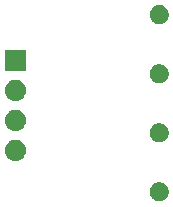
<source format=gbr>
G04 #@! TF.GenerationSoftware,KiCad,Pcbnew,(5.0.2)-1*
G04 #@! TF.CreationDate,2019-05-29T15:32:02+01:00*
G04 #@! TF.ProjectId,ultrasound_adapter,756c7472-6173-46f7-956e-645f61646170,rev?*
G04 #@! TF.SameCoordinates,Original*
G04 #@! TF.FileFunction,Soldermask,Bot*
G04 #@! TF.FilePolarity,Negative*
%FSLAX46Y46*%
G04 Gerber Fmt 4.6, Leading zero omitted, Abs format (unit mm)*
G04 Created by KiCad (PCBNEW (5.0.2)-1) date 29/05/2019 15:32:02*
%MOMM*%
%LPD*%
G01*
G04 APERTURE LIST*
%ADD10C,0.100000*%
G04 APERTURE END LIST*
D10*
G36*
X137437142Y-60193242D02*
X137585102Y-60254530D01*
X137718258Y-60343502D01*
X137831498Y-60456742D01*
X137920470Y-60589898D01*
X137981758Y-60737858D01*
X138013000Y-60894925D01*
X138013000Y-61055075D01*
X137981758Y-61212142D01*
X137920470Y-61360102D01*
X137831498Y-61493258D01*
X137718258Y-61606498D01*
X137585102Y-61695470D01*
X137437142Y-61756758D01*
X137280075Y-61788000D01*
X137119925Y-61788000D01*
X136962858Y-61756758D01*
X136814898Y-61695470D01*
X136681742Y-61606498D01*
X136568502Y-61493258D01*
X136479530Y-61360102D01*
X136418242Y-61212142D01*
X136387000Y-61055075D01*
X136387000Y-60894925D01*
X136418242Y-60737858D01*
X136479530Y-60589898D01*
X136568502Y-60456742D01*
X136681742Y-60343502D01*
X136814898Y-60254530D01*
X136962858Y-60193242D01*
X137119925Y-60162000D01*
X137280075Y-60162000D01*
X137437142Y-60193242D01*
X137437142Y-60193242D01*
G37*
G36*
X125135442Y-56550518D02*
X125201627Y-56557037D01*
X125314853Y-56591384D01*
X125371467Y-56608557D01*
X125510087Y-56682652D01*
X125527991Y-56692222D01*
X125563729Y-56721552D01*
X125665186Y-56804814D01*
X125748448Y-56906271D01*
X125777778Y-56942009D01*
X125777779Y-56942011D01*
X125861443Y-57098533D01*
X125861443Y-57098534D01*
X125912963Y-57268373D01*
X125930359Y-57445000D01*
X125912963Y-57621627D01*
X125878616Y-57734853D01*
X125861443Y-57791467D01*
X125787348Y-57930087D01*
X125777778Y-57947991D01*
X125748448Y-57983729D01*
X125665186Y-58085186D01*
X125563729Y-58168448D01*
X125527991Y-58197778D01*
X125527989Y-58197779D01*
X125371467Y-58281443D01*
X125314853Y-58298616D01*
X125201627Y-58332963D01*
X125135442Y-58339482D01*
X125069260Y-58346000D01*
X124980740Y-58346000D01*
X124914558Y-58339482D01*
X124848373Y-58332963D01*
X124735147Y-58298616D01*
X124678533Y-58281443D01*
X124522011Y-58197779D01*
X124522009Y-58197778D01*
X124486271Y-58168448D01*
X124384814Y-58085186D01*
X124301552Y-57983729D01*
X124272222Y-57947991D01*
X124262652Y-57930087D01*
X124188557Y-57791467D01*
X124171384Y-57734853D01*
X124137037Y-57621627D01*
X124119641Y-57445000D01*
X124137037Y-57268373D01*
X124188557Y-57098534D01*
X124188557Y-57098533D01*
X124272221Y-56942011D01*
X124272222Y-56942009D01*
X124301552Y-56906271D01*
X124384814Y-56804814D01*
X124486271Y-56721552D01*
X124522009Y-56692222D01*
X124539913Y-56682652D01*
X124678533Y-56608557D01*
X124735147Y-56591384D01*
X124848373Y-56557037D01*
X124914558Y-56550518D01*
X124980740Y-56544000D01*
X125069260Y-56544000D01*
X125135442Y-56550518D01*
X125135442Y-56550518D01*
G37*
G36*
X137437142Y-55193242D02*
X137551583Y-55240646D01*
X137577708Y-55251467D01*
X137585102Y-55254530D01*
X137718258Y-55343502D01*
X137831498Y-55456742D01*
X137920470Y-55589898D01*
X137981758Y-55737858D01*
X138013000Y-55894925D01*
X138013000Y-56055075D01*
X137981758Y-56212142D01*
X137934354Y-56326583D01*
X137920471Y-56360100D01*
X137831499Y-56493257D01*
X137718257Y-56606499D01*
X137652130Y-56650683D01*
X137585102Y-56695470D01*
X137437142Y-56756758D01*
X137280075Y-56788000D01*
X137119925Y-56788000D01*
X136962858Y-56756758D01*
X136814898Y-56695470D01*
X136747870Y-56650683D01*
X136681743Y-56606499D01*
X136568501Y-56493257D01*
X136479529Y-56360100D01*
X136465646Y-56326583D01*
X136418242Y-56212142D01*
X136387000Y-56055075D01*
X136387000Y-55894925D01*
X136418242Y-55737858D01*
X136479530Y-55589898D01*
X136568502Y-55456742D01*
X136681742Y-55343502D01*
X136814898Y-55254530D01*
X136822293Y-55251467D01*
X136848417Y-55240646D01*
X136962858Y-55193242D01*
X137119925Y-55162000D01*
X137280075Y-55162000D01*
X137437142Y-55193242D01*
X137437142Y-55193242D01*
G37*
G36*
X125135443Y-54010519D02*
X125201627Y-54017037D01*
X125314853Y-54051384D01*
X125371467Y-54068557D01*
X125510087Y-54142652D01*
X125527991Y-54152222D01*
X125563729Y-54181552D01*
X125665186Y-54264814D01*
X125748448Y-54366271D01*
X125777778Y-54402009D01*
X125777779Y-54402011D01*
X125861443Y-54558533D01*
X125861443Y-54558534D01*
X125912963Y-54728373D01*
X125930359Y-54905000D01*
X125912963Y-55081627D01*
X125888582Y-55162000D01*
X125861443Y-55251467D01*
X125787348Y-55390087D01*
X125777778Y-55407991D01*
X125748448Y-55443729D01*
X125665186Y-55545186D01*
X125563729Y-55628448D01*
X125527991Y-55657778D01*
X125527989Y-55657779D01*
X125371467Y-55741443D01*
X125314853Y-55758616D01*
X125201627Y-55792963D01*
X125135442Y-55799482D01*
X125069260Y-55806000D01*
X124980740Y-55806000D01*
X124914558Y-55799482D01*
X124848373Y-55792963D01*
X124735147Y-55758616D01*
X124678533Y-55741443D01*
X124522011Y-55657779D01*
X124522009Y-55657778D01*
X124486271Y-55628448D01*
X124384814Y-55545186D01*
X124301552Y-55443729D01*
X124272222Y-55407991D01*
X124262652Y-55390087D01*
X124188557Y-55251467D01*
X124161418Y-55162000D01*
X124137037Y-55081627D01*
X124119641Y-54905000D01*
X124137037Y-54728373D01*
X124188557Y-54558534D01*
X124188557Y-54558533D01*
X124272221Y-54402011D01*
X124272222Y-54402009D01*
X124301552Y-54366271D01*
X124384814Y-54264814D01*
X124486271Y-54181552D01*
X124522009Y-54152222D01*
X124539913Y-54142652D01*
X124678533Y-54068557D01*
X124735147Y-54051384D01*
X124848373Y-54017037D01*
X124914557Y-54010519D01*
X124980740Y-54004000D01*
X125069260Y-54004000D01*
X125135443Y-54010519D01*
X125135443Y-54010519D01*
G37*
G36*
X125135443Y-51470519D02*
X125201627Y-51477037D01*
X125314853Y-51511384D01*
X125371467Y-51528557D01*
X125510087Y-51602652D01*
X125527991Y-51612222D01*
X125563729Y-51641552D01*
X125665186Y-51724814D01*
X125748448Y-51826271D01*
X125777778Y-51862009D01*
X125777779Y-51862011D01*
X125861443Y-52018533D01*
X125861443Y-52018534D01*
X125912963Y-52188373D01*
X125930359Y-52365000D01*
X125912963Y-52541627D01*
X125878616Y-52654853D01*
X125861443Y-52711467D01*
X125787348Y-52850087D01*
X125777778Y-52867991D01*
X125748448Y-52903729D01*
X125665186Y-53005186D01*
X125563729Y-53088448D01*
X125527991Y-53117778D01*
X125527989Y-53117779D01*
X125371467Y-53201443D01*
X125314853Y-53218616D01*
X125201627Y-53252963D01*
X125135443Y-53259481D01*
X125069260Y-53266000D01*
X124980740Y-53266000D01*
X124914557Y-53259481D01*
X124848373Y-53252963D01*
X124735147Y-53218616D01*
X124678533Y-53201443D01*
X124522011Y-53117779D01*
X124522009Y-53117778D01*
X124486271Y-53088448D01*
X124384814Y-53005186D01*
X124301552Y-52903729D01*
X124272222Y-52867991D01*
X124262652Y-52850087D01*
X124188557Y-52711467D01*
X124171384Y-52654853D01*
X124137037Y-52541627D01*
X124119641Y-52365000D01*
X124137037Y-52188373D01*
X124188557Y-52018534D01*
X124188557Y-52018533D01*
X124272221Y-51862011D01*
X124272222Y-51862009D01*
X124301552Y-51826271D01*
X124384814Y-51724814D01*
X124486271Y-51641552D01*
X124522009Y-51612222D01*
X124539913Y-51602652D01*
X124678533Y-51528557D01*
X124735147Y-51511384D01*
X124848373Y-51477037D01*
X124914558Y-51470518D01*
X124980740Y-51464000D01*
X125069260Y-51464000D01*
X125135443Y-51470519D01*
X125135443Y-51470519D01*
G37*
G36*
X137437142Y-50193242D02*
X137585102Y-50254530D01*
X137718258Y-50343502D01*
X137831498Y-50456742D01*
X137920470Y-50589898D01*
X137981758Y-50737858D01*
X138013000Y-50894925D01*
X138013000Y-51055075D01*
X137981758Y-51212142D01*
X137934354Y-51326583D01*
X137920471Y-51360100D01*
X137831499Y-51493257D01*
X137718257Y-51606499D01*
X137652130Y-51650683D01*
X137585102Y-51695470D01*
X137437142Y-51756758D01*
X137280075Y-51788000D01*
X137119925Y-51788000D01*
X136962858Y-51756758D01*
X136814898Y-51695470D01*
X136747870Y-51650683D01*
X136681743Y-51606499D01*
X136568501Y-51493257D01*
X136479529Y-51360100D01*
X136465646Y-51326583D01*
X136418242Y-51212142D01*
X136387000Y-51055075D01*
X136387000Y-50894925D01*
X136418242Y-50737858D01*
X136479530Y-50589898D01*
X136568502Y-50456742D01*
X136681742Y-50343502D01*
X136814898Y-50254530D01*
X136962858Y-50193242D01*
X137119925Y-50162000D01*
X137280075Y-50162000D01*
X137437142Y-50193242D01*
X137437142Y-50193242D01*
G37*
G36*
X125926000Y-50726000D02*
X124124000Y-50726000D01*
X124124000Y-48924000D01*
X125926000Y-48924000D01*
X125926000Y-50726000D01*
X125926000Y-50726000D01*
G37*
G36*
X137437142Y-45193242D02*
X137585102Y-45254530D01*
X137718258Y-45343502D01*
X137831498Y-45456742D01*
X137920470Y-45589898D01*
X137981758Y-45737858D01*
X138013000Y-45894925D01*
X138013000Y-46055075D01*
X137981758Y-46212142D01*
X137920470Y-46360102D01*
X137831498Y-46493258D01*
X137718258Y-46606498D01*
X137585102Y-46695470D01*
X137437142Y-46756758D01*
X137280075Y-46788000D01*
X137119925Y-46788000D01*
X136962858Y-46756758D01*
X136814898Y-46695470D01*
X136681742Y-46606498D01*
X136568502Y-46493258D01*
X136479530Y-46360102D01*
X136418242Y-46212142D01*
X136387000Y-46055075D01*
X136387000Y-45894925D01*
X136418242Y-45737858D01*
X136479530Y-45589898D01*
X136568502Y-45456742D01*
X136681742Y-45343502D01*
X136814898Y-45254530D01*
X136962858Y-45193242D01*
X137119925Y-45162000D01*
X137280075Y-45162000D01*
X137437142Y-45193242D01*
X137437142Y-45193242D01*
G37*
M02*

</source>
